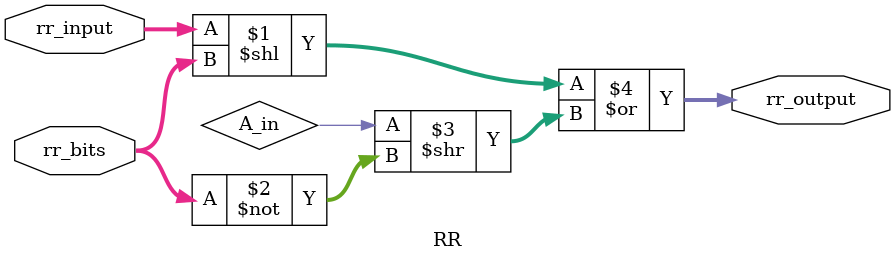
<source format=v>
module RR (
	input [31:0] rr_input,
	input [8:0] rr_bits,
	output [31:0] rr_output
);

assign rr_output = (rr_input << rr_bits) | (A_in >> ~rr_bits);

endmodule
</source>
